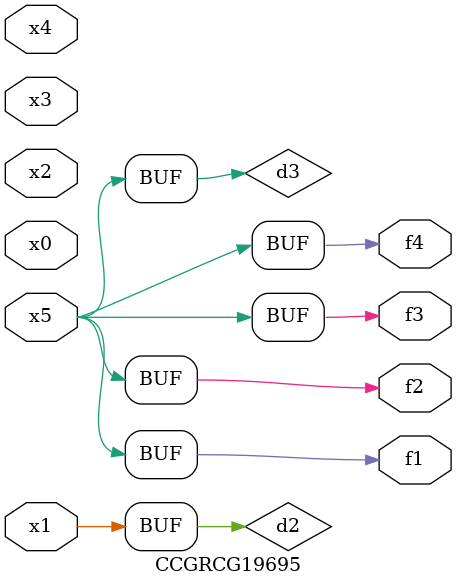
<source format=v>
module CCGRCG19695(
	input x0, x1, x2, x3, x4, x5,
	output f1, f2, f3, f4
);

	wire d1, d2, d3;

	not (d1, x5);
	or (d2, x1);
	xnor (d3, d1);
	assign f1 = d3;
	assign f2 = d3;
	assign f3 = d3;
	assign f4 = d3;
endmodule

</source>
